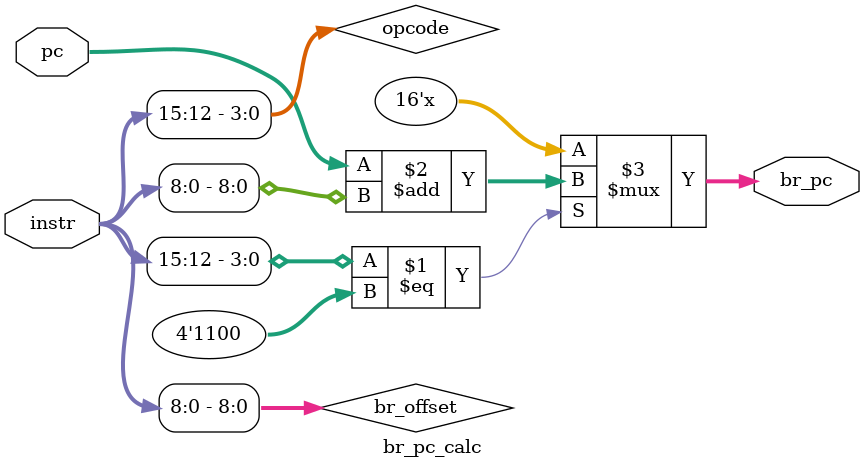
<source format=v>
module br_pc_calc(instr, pc, br_pc);


	input [15:0] instr;
	input [15:0] pc;

	output [15:0] br_pc;

	wire [3:0] opcode;
	wire [8:0] br_offset;

	// Relevant Opcodes
	localparam bOp = 4'b1100;

	assign opcode = instr[15:12];
	assign br_offset = instr[8:0];

	assign br_pc = (opcode==bOp) 	? pc + br_offset :
									16'hxxxx;
endmodule

</source>
